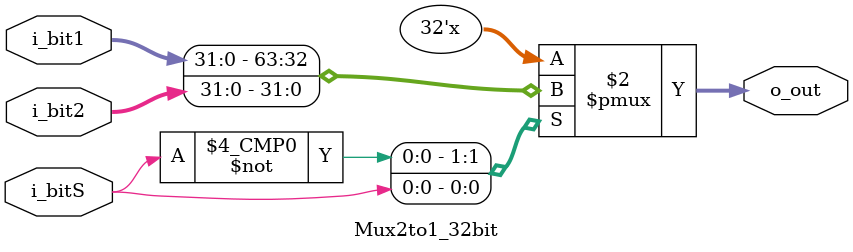
<source format=v>
`timescale 1ns / 1ps
module Mux2to1_32bit(
   input [31:0] i_bit1,
	input [31:0] i_bit2,
	input  i_bitS,
	output reg [31:0] o_out
	 
    );
		
	always @(i_bit1, i_bit2, i_bitS)
	begin
	case (i_bitS)
	
		0: o_out <= i_bit1;
		1: o_out <= i_bit2;
		
	endcase
	end


endmodule
</source>
